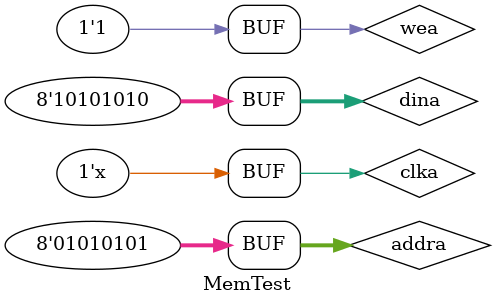
<source format=v>
`timescale 1ns / 1ps


module MemTest;

	// Inputs
	reg clka;
	reg [0:0] wea;
	reg [7:0] addra;
	reg [7:0] dina;

	// Outputs
	wire [7:0] douta;

	// Instantiate the Unit Under Test (UUT)
	RAM uut (
		.clka(clka), 
		.wea(wea), 
		.addra(addra), 
		.dina(dina), 
		.douta(douta)
	);
	
	always begin
		#5 clka = ~clka;
	end

	initial begin
		// Initialize Inputs
		clka = 0;
		wea = 1;
		addra = 0;
		dina = 0;

		// Wait 100 ns for global reset to finish
		#10000;
        
		addra = 8'b00001111;
		dina = 8'b10101010;
		#10000
      addra = 8'b01010101;		
		// Add stimulus here

	end
      
endmodule


</source>
